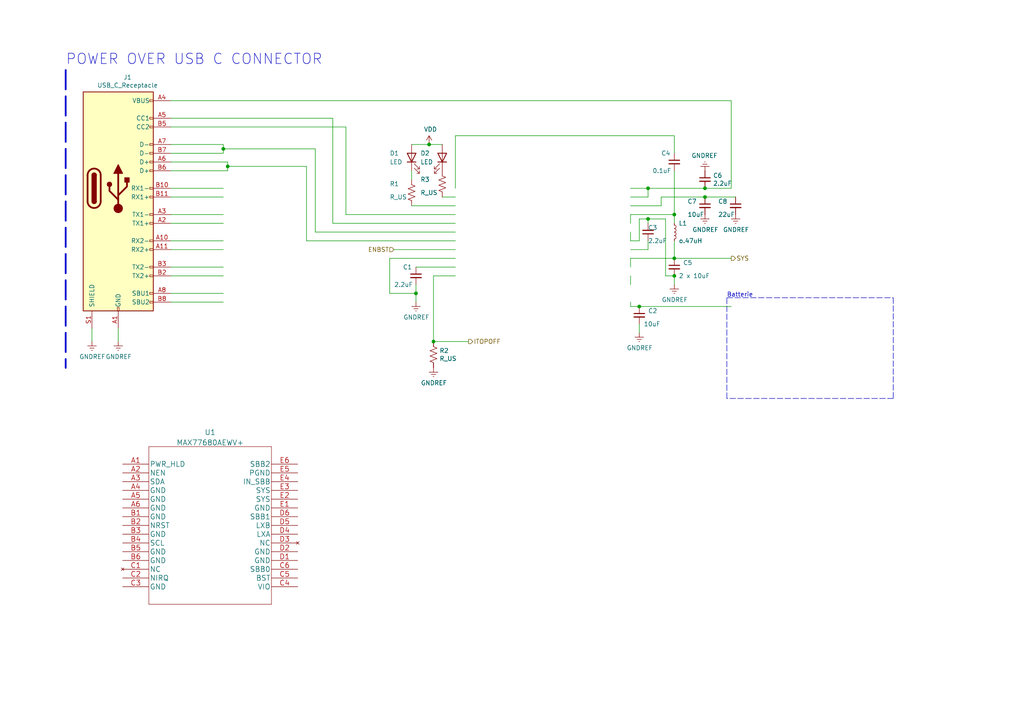
<source format=kicad_sch>
(kicad_sch (version 20211123) (generator eeschema)
  (paper "A4")
  (lib_symbols
    (symbol "Connector:USB_C_Receptacle" (pin_names (offset 1.016))
      (property "Reference" "J" (at -10.16 29.21 0))
      (property "Value" "USB_C_Receptacle" (at 10.16 29.21 0))
      (symbol "USB_C_Receptacle_0_0"
        (rectangle (start -0.254 -35.56) (end 0.254 -34.544))
        (rectangle (start 10.16 -32.766) (end 9.144 -33.274))
        (rectangle (start 10.16 -30.226) (end 9.144 -30.734))
        (rectangle (start 10.16 -25.146) (end 9.144 -25.654))
        (rectangle (start 10.16 -22.606) (end 9.144 -23.114))
        (rectangle (start 10.16 -17.526) (end 9.144 -18.034))
        (rectangle (start 10.16 -14.986) (end 9.144 -15.494))
        (rectangle (start 10.16 -9.906) (end 9.144 -10.414))
        (rectangle (start 10.16 -7.366) (end 9.144 -7.874))
        (rectangle (start 10.16 -2.286) (end 9.144 -2.794))
        (rectangle (start 10.16 0.254) (end 9.144 -0.254))
        (rectangle (start 10.16 5.334) (end 9.144 4.826))
        (rectangle (start 10.16 7.874) (end 9.144 7.366))
        (rectangle (start 10.16 10.414) (end 9.144 9.906))
        (rectangle (start 10.16 12.954) (end 9.144 12.446))
        (rectangle (start 10.16 18.034) (end 9.144 17.526))
        (rectangle (start 10.16 20.574) (end 9.144 20.066))
        (rectangle (start 10.16 25.654) (end 9.144 25.146))
      )
      (symbol "USB_C_Receptacle_0_1"
        (rectangle (start -10.16 27.94) (end 10.16 -35.56) (stroke (width 0.254)) (fill (type background)))
        (arc (start -8.89 -3.81) (mid -6.985 -5.715) (end -5.08 -3.81) (stroke (width 0.508)))
        (arc (start -7.62 -3.81) (mid -6.985 -4.445) (end -6.35 -3.81) (stroke (width 0.254)))
        (arc (start -7.62 -3.81) (mid -6.985 -4.445) (end -6.35 -3.81) (stroke (width 0.254)) (fill (type outline)))
        (rectangle (start -7.62 -3.81) (end -6.35 3.81) (stroke (width 0.254)) (fill (type outline)))
        (arc (start -6.35 3.81) (mid -6.985 4.445) (end -7.62 3.81) (stroke (width 0.254)))
        (arc (start -6.35 3.81) (mid -6.985 4.445) (end -7.62 3.81) (stroke (width 0.254)) (fill (type outline)))
        (arc (start -5.08 3.81) (mid -6.985 5.715) (end -8.89 3.81) (stroke (width 0.508)))
        (polyline (pts (xy -8.89 -3.81) (xy -8.89 3.81)) (stroke (width 0.508)))
        (polyline (pts (xy -5.08 3.81) (xy -5.08 -3.81)) (stroke (width 0.508)))
      )
      (symbol "USB_C_Receptacle_1_1"
        (circle (center -2.54 1.143) (radius 0.635) (stroke (width 0.254)) (fill (type outline)))
        (circle (center 0 -5.842) (radius 1.27) (fill (type outline)))
        (polyline (pts (xy 0 -5.842) (xy 0 4.318)) (stroke (width 0.508)))
        (polyline (pts (xy 0 -3.302) (xy -2.54 -0.762) (xy -2.54 0.508)) (stroke (width 0.508)))
        (polyline (pts (xy 0 -2.032) (xy 2.54 0.508) (xy 2.54 1.778)) (stroke (width 0.508)))
        (polyline (pts (xy -1.27 4.318) (xy 0 6.858) (xy 1.27 4.318) (xy -1.27 4.318)) (stroke (width 0.254)) (fill (type outline)))
        (rectangle (start 1.905 1.778) (end 3.175 3.048) (stroke (width 0.254)) (fill (type outline)))
        (pin passive line (at 0 -40.64 90) (length 5.08) (name "GND") (number "A1"))
        (pin bidirectional line (at 15.24 -15.24 180) (length 5.08) (name "RX2-") (number "A10"))
        (pin bidirectional line (at 15.24 -17.78 180) (length 5.08) (name "RX2+") (number "A11"))
        (pin passive line (at 0 -40.64 90) (length 5.08) hide (name "GND") (number "A12"))
        (pin bidirectional line (at 15.24 -10.16 180) (length 5.08) (name "TX1+") (number "A2"))
        (pin bidirectional line (at 15.24 -7.62 180) (length 5.08) (name "TX1-") (number "A3"))
        (pin passive line (at 15.24 25.4 180) (length 5.08) (name "VBUS") (number "A4"))
        (pin bidirectional line (at 15.24 20.32 180) (length 5.08) (name "CC1") (number "A5"))
        (pin bidirectional line (at 15.24 7.62 180) (length 5.08) (name "D+") (number "A6"))
        (pin bidirectional line (at 15.24 12.7 180) (length 5.08) (name "D-") (number "A7"))
        (pin bidirectional line (at 15.24 -30.48 180) (length 5.08) (name "SBU1") (number "A8"))
        (pin passive line (at 15.24 25.4 180) (length 5.08) hide (name "VBUS") (number "A9"))
        (pin passive line (at 0 -40.64 90) (length 5.08) hide (name "GND") (number "B1"))
        (pin bidirectional line (at 15.24 0 180) (length 5.08) (name "RX1-") (number "B10"))
        (pin bidirectional line (at 15.24 -2.54 180) (length 5.08) (name "RX1+") (number "B11"))
        (pin passive line (at 0 -40.64 90) (length 5.08) hide (name "GND") (number "B12"))
        (pin bidirectional line (at 15.24 -25.4 180) (length 5.08) (name "TX2+") (number "B2"))
        (pin bidirectional line (at 15.24 -22.86 180) (length 5.08) (name "TX2-") (number "B3"))
        (pin passive line (at 15.24 25.4 180) (length 5.08) hide (name "VBUS") (number "B4"))
        (pin bidirectional line (at 15.24 17.78 180) (length 5.08) (name "CC2") (number "B5"))
        (pin bidirectional line (at 15.24 5.08 180) (length 5.08) (name "D+") (number "B6"))
        (pin bidirectional line (at 15.24 10.16 180) (length 5.08) (name "D-") (number "B7"))
        (pin bidirectional line (at 15.24 -33.02 180) (length 5.08) (name "SBU2") (number "B8"))
        (pin passive line (at 15.24 25.4 180) (length 5.08) hide (name "VBUS") (number "B9"))
        (pin passive line (at -7.62 -40.64 90) (length 5.08) (name "SHIELD") (number "S1"))
      )
    )
    (symbol "Device:C_Small" (pin_numbers hide) (pin_names (offset 0.254) hide)
      (property "Reference" "C" (at 0.254 1.778 0))
      (property "Value" "C_Small" (at 0.254 -2.032 0))
      (symbol "C_Small_0_1"
        (polyline (pts (xy -1.524 -0.508) (xy 1.524 -0.508)) (stroke (width 0.3302)))
        (polyline (pts (xy -1.524 0.508) (xy 1.524 0.508)) (stroke (width 0.3048)))
      )
      (symbol "C_Small_1_1"
        (pin passive line (at 0 2.54 270) (length 2.032) (name "~") (number "1"))
        (pin passive line (at 0 -2.54 90) (length 2.032) (name "~") (number "2"))
      )
    )
    (symbol "Device:LED" (pin_numbers hide) (pin_names (offset 1.016) hide)
      (property "Reference" "D" (at 0 2.54 0))
      (property "Value" "LED" (at 0 -2.54 0))
      (symbol "LED_0_1"
        (polyline (pts (xy -1.27 -1.27) (xy -1.27 1.27)) (stroke (width 0.254)))
        (polyline (pts (xy -1.27 0) (xy 1.27 0)))
        (polyline (pts (xy 1.27 -1.27) (xy 1.27 1.27) (xy -1.27 0) (xy 1.27 -1.27)) (stroke (width 0.254)))
        (polyline (pts (xy -3.048 -0.762) (xy -4.572 -2.286) (xy -3.81 -2.286) (xy -4.572 -2.286) (xy -4.572 -1.524)))
        (polyline (pts (xy -1.778 -0.762) (xy -3.302 -2.286) (xy -2.54 -2.286) (xy -3.302 -2.286) (xy -3.302 -1.524)))
      )
      (symbol "LED_1_1"
        (pin passive line (at -3.81 0 0) (length 2.54) (name "K") (number "1"))
        (pin passive line (at 3.81 0 180) (length 2.54) (name "A") (number "2"))
      )
    )
    (symbol "Device:L_Small" (pin_numbers hide) (pin_names (offset 0.254) hide)
      (property "Reference" "L" (at 0.762 1.016 0))
      (property "Value" "L_Small" (at 0.762 -1.016 0))
      (symbol "L_Small_0_1"
        (arc (start 0 -2.032) (mid 0.508 -1.524) (end 0 -1.016))
        (arc (start 0 -1.016) (mid 0.508 -0.508) (end 0 0))
        (arc (start 0 0) (mid 0.508 0.508) (end 0 1.016))
        (arc (start 0 1.016) (mid 0.508 1.524) (end 0 2.032))
      )
      (symbol "L_Small_1_1"
        (pin passive line (at 0 2.54 270) (length 0.508) (name "~") (number "1"))
        (pin passive line (at 0 -2.54 90) (length 0.508) (name "~") (number "2"))
      )
    )
    (symbol "Device:R_US" (pin_numbers hide) (pin_names (offset 0))
      (property "Reference" "R" (at 2.54 0 90))
      (property "Value" "R_US" (at -2.54 0 90))
      (symbol "R_US_0_1"
        (polyline (pts (xy 0 -2.286) (xy 0 -2.54)))
        (polyline (pts (xy 0 2.286) (xy 0 2.54)))
        (polyline (pts (xy 0 -0.762) (xy 1.016 -1.143) (xy 0 -1.524) (xy -1.016 -1.905) (xy 0 -2.286)))
        (polyline (pts (xy 0 0.762) (xy 1.016 0.381) (xy 0 0) (xy -1.016 -0.381) (xy 0 -0.762)))
        (polyline (pts (xy 0 2.286) (xy 1.016 1.905) (xy 0 1.524) (xy -1.016 1.143) (xy 0 0.762)))
      )
      (symbol "R_US_1_1"
        (pin passive line (at 0 3.81 270) (length 1.27) (name "~") (number "1"))
        (pin passive line (at 0 -3.81 90) (length 1.27) (name "~") (number "2"))
      )
    )
    (symbol "MAX77680AEWV+:MAX77680AEWV+" (pin_names (offset 0.254))
      (property "Reference" "U" (at 25.4 10.16 0))
      (property "Value" "MAX77680AEWV+" (at 25.4 7.62 0))
      (symbol "MAX77680AEWV+_1_1"
        (polyline (pts (xy 7.62 -40.64) (xy 43.18 -40.64)) (stroke (width 0.127)))
        (polyline (pts (xy 7.62 5.08) (xy 7.62 -40.64)) (stroke (width 0.127)))
        (polyline (pts (xy 43.18 -40.64) (xy 43.18 5.08)) (stroke (width 0.127)))
        (polyline (pts (xy 43.18 5.08) (xy 7.62 5.08)) (stroke (width 0.127)))
        (pin input line (at 0 0 0) (length 7.62) (name "PWR_HLD") (number "A1"))
        (pin input line (at 0 -2.54 0) (length 7.62) (name "NEN") (number "A2"))
        (pin bidirectional line (at 0 -5.08 0) (length 7.62) (name "SDA") (number "A3"))
        (pin power_in line (at 0 -7.62 0) (length 7.62) (name "GND") (number "A4"))
        (pin power_in line (at 0 -10.16 0) (length 7.62) (name "GND") (number "A5"))
        (pin power_in line (at 0 -12.7 0) (length 7.62) (name "GND") (number "A6"))
        (pin power_in line (at 0 -15.24 0) (length 7.62) (name "GND") (number "B1"))
        (pin output line (at 0 -17.78 0) (length 7.62) (name "NRST") (number "B2"))
        (pin power_in line (at 0 -20.32 0) (length 7.62) (name "GND") (number "B3"))
        (pin input line (at 0 -22.86 0) (length 7.62) (name "SCL") (number "B4"))
        (pin power_in line (at 0 -25.4 0) (length 7.62) (name "GND") (number "B5"))
        (pin power_in line (at 0 -27.94 0) (length 7.62) (name "GND") (number "B6"))
        (pin no_connect line (at 0 -30.48 0) (length 7.62) (name "NC") (number "C1"))
        (pin output line (at 0 -33.02 0) (length 7.62) (name "NIRQ") (number "C2"))
        (pin power_in line (at 0 -35.56 0) (length 7.62) (name "GND") (number "C3"))
        (pin input line (at 50.8 -35.56 180) (length 7.62) (name "VIO") (number "C4"))
        (pin input line (at 50.8 -33.02 180) (length 7.62) (name "BST") (number "C5"))
        (pin output line (at 50.8 -30.48 180) (length 7.62) (name "SBB0") (number "C6"))
        (pin power_in line (at 50.8 -27.94 180) (length 7.62) (name "GND") (number "D1"))
        (pin power_in line (at 50.8 -25.4 180) (length 7.62) (name "GND") (number "D2"))
        (pin no_connect line (at 50.8 -22.86 180) (length 7.62) (name "NC") (number "D3"))
        (pin bidirectional line (at 50.8 -20.32 180) (length 7.62) (name "LXA") (number "D4"))
        (pin bidirectional line (at 50.8 -17.78 180) (length 7.62) (name "LXB") (number "D5"))
        (pin output line (at 50.8 -15.24 180) (length 7.62) (name "SBB1") (number "D6"))
        (pin power_in line (at 50.8 -12.7 180) (length 7.62) (name "GND") (number "E1"))
        (pin output line (at 50.8 -10.16 180) (length 7.62) (name "SYS") (number "E2"))
        (pin output line (at 50.8 -7.62 180) (length 7.62) (name "SYS") (number "E3"))
        (pin input line (at 50.8 -5.08 180) (length 7.62) (name "IN_SBB") (number "E4"))
        (pin power_in line (at 50.8 -2.54 180) (length 7.62) (name "PGND") (number "E5"))
        (pin output line (at 50.8 0 180) (length 7.62) (name "SBB2") (number "E6"))
      )
    )
    (symbol "power:GNDREF" (power) (pin_names (offset 0))
      (property "Value" "GNDREF" (at 0 -3.81 0))
      (symbol "GNDREF_0_1"
        (polyline (pts (xy -0.635 -1.905) (xy 0.635 -1.905)))
        (polyline (pts (xy -0.127 -2.54) (xy 0.127 -2.54)))
        (polyline (pts (xy 0 -1.27) (xy 0 0)))
        (polyline (pts (xy 1.27 -1.27) (xy -1.27 -1.27)))
      )
      (symbol "GNDREF_1_1"
        (pin power_in line (at 0 0 270) (length 0) hide (name "GNDREF") (number "1"))
      )
    )
    (symbol "power:VDD" (power) (pin_names (offset 0))
      (property "Value" "VDD" (at 0 3.81 0))
      (symbol "VDD_0_1"
        (polyline (pts (xy -0.762 1.27) (xy 0 2.54)))
        (polyline (pts (xy 0 0) (xy 0 2.54)))
        (polyline (pts (xy 0 2.54) (xy 0.762 1.27)))
      )
      (symbol "VDD_1_1"
        (pin power_in line (at 0 0 90) (length 0) hide (name "VDD") (number "1"))
      )
    )
  )
  (junction (at 66.04 48.26))
  (junction (at 124.46 41.91))
  (junction (at 64.77 43.18))
  (junction (at 204.47 54.61))
  (junction (at 195.58 80.01))
  (junction (at 195.58 62.23))
  (junction (at 187.96 63.5))
  (junction (at 204.47 57.15))
  (junction (at 195.58 74.93))
  (junction (at 125.73 99.06))
  (junction (at 120.65 85.09))
  (junction (at 187.96 54.61))
  (junction (at 185.42 88.9))
  (wire (pts (xy 132.08 74.93) (xy 113.03 74.93)))
  (wire (pts (xy 49.53 46.99) (xy 66.04 46.99)))
  (wire (pts (xy 49.53 41.91) (xy 64.77 41.91)))
  (wire (pts (xy 182.88 72.39) (xy 187.96 72.39)))
  (wire (pts (xy 88.9 69.85) (xy 132.08 69.85)))
  (wire (pts (xy 132.08 64.77) (xy 96.52 64.77)))
  (wire (pts (xy 182.88 67.31) (xy 182.88 69.85)))
  (wire (pts (xy 119.38 59.69) (xy 132.08 59.69)))
  (wire (pts (xy 125.73 80.01) (xy 125.73 99.06)))
  (wire (pts (xy 185.42 88.9) (xy 212.09 88.9)))
  (wire (pts (xy 195.58 74.93) (xy 195.58 69.85)))
  (wire (pts (xy 96.52 64.77) (xy 96.52 34.29)))
  (wire (pts (xy 128.27 57.15) (xy 132.08 57.15)))
  (wire (pts (xy 212.09 54.61) (xy 204.47 54.61)))
  (wire (pts (xy 212.09 29.21) (xy 212.09 54.61)))
  (wire (pts (xy 195.58 39.37) (xy 195.58 44.45)))
  (wire (pts (xy 49.53 54.61) (xy 64.77 54.61)))
  (wire (pts (xy 132.08 72.39) (xy 114.3 72.39)))
  (wire (pts (xy 182.88 87.63) (xy 182.88 88.9)))
  (wire (pts (xy 182.88 57.15) (xy 187.96 57.15)))
  (wire (pts (xy 191.77 59.69) (xy 191.77 57.15)))
  (wire (pts (xy 195.58 74.93) (xy 212.09 74.93)))
  (wire (pts (xy 187.96 63.5) (xy 187.96 64.77)))
  (wire (pts (xy 100.33 36.83) (xy 100.33 62.23)))
  (wire (pts (xy 64.77 41.91) (xy 64.77 43.18)))
  (polyline (pts (xy 210.82 115.57) (xy 210.82 86.36)))
  (wire (pts (xy 182.88 80.01) (xy 182.88 82.55)))
  (wire (pts (xy 49.53 64.77) (xy 64.77 64.77)))
  (wire (pts (xy 113.03 85.09) (xy 120.65 85.09)))
  (wire (pts (xy 66.04 46.99) (xy 66.04 48.26)))
  (wire (pts (xy 91.44 43.18) (xy 91.44 67.31)))
  (wire (pts (xy 113.03 74.93) (xy 113.03 85.09)))
  (wire (pts (xy 187.96 63.5) (xy 193.04 63.5)))
  (wire (pts (xy 88.9 48.26) (xy 88.9 69.85)))
  (wire (pts (xy 182.88 59.69) (xy 191.77 59.69)))
  (wire (pts (xy 185.42 63.5) (xy 187.96 63.5)))
  (wire (pts (xy 187.96 57.15) (xy 187.96 54.61)))
  (wire (pts (xy 204.47 57.15) (xy 213.36 57.15)))
  (wire (pts (xy 119.38 49.53) (xy 119.38 52.07)))
  (wire (pts (xy 49.53 72.39) (xy 64.77 72.39)))
  (wire (pts (xy 120.65 85.09) (xy 120.65 87.63)))
  (wire (pts (xy 49.53 34.29) (xy 96.52 34.29)))
  (wire (pts (xy 34.29 95.25) (xy 34.29 99.06)))
  (wire (pts (xy 182.88 74.93) (xy 195.58 74.93)))
  (wire (pts (xy 193.04 63.5) (xy 193.04 80.01)))
  (wire (pts (xy 195.58 49.53) (xy 195.58 62.23)))
  (wire (pts (xy 132.08 39.37) (xy 195.58 39.37)))
  (wire (pts (xy 49.53 62.23) (xy 64.77 62.23)))
  (wire (pts (xy 132.08 80.01) (xy 125.73 80.01)))
  (wire (pts (xy 182.88 62.23) (xy 182.88 64.77)))
  (wire (pts (xy 204.47 54.61) (xy 187.96 54.61)))
  (wire (pts (xy 128.27 41.91) (xy 124.46 41.91)))
  (polyline (pts (xy 19.05 20.32) (xy 19.05 106.68)) (stroke (width 0.508)))
  (polyline (pts (xy 210.82 86.36) (xy 259.08 86.36)))
  (wire (pts (xy 182.88 69.85) (xy 185.42 69.85)))
  (wire (pts (xy 182.88 74.93) (xy 182.88 77.47)))
  (wire (pts (xy 64.77 43.18) (xy 64.77 44.45)))
  (wire (pts (xy 91.44 67.31) (xy 132.08 67.31)))
  (wire (pts (xy 66.04 48.26) (xy 66.04 49.53)))
  (wire (pts (xy 120.65 82.55) (xy 120.65 85.09)))
  (wire (pts (xy 125.73 99.06) (xy 135.89 99.06)))
  (wire (pts (xy 187.96 54.61) (xy 182.88 54.61)))
  (wire (pts (xy 49.53 29.21) (xy 212.09 29.21)))
  (wire (pts (xy 49.53 36.83) (xy 100.33 36.83)))
  (wire (pts (xy 49.53 69.85) (xy 64.77 69.85)))
  (wire (pts (xy 49.53 57.15) (xy 64.77 57.15)))
  (wire (pts (xy 119.38 41.91) (xy 124.46 41.91)))
  (polyline (pts (xy 259.08 86.36) (xy 259.08 115.57)))
  (wire (pts (xy 191.77 57.15) (xy 204.47 57.15)))
  (wire (pts (xy 193.04 80.01) (xy 195.58 80.01)))
  (wire (pts (xy 132.08 77.47) (xy 120.65 77.47)))
  (wire (pts (xy 64.77 43.18) (xy 91.44 43.18)))
  (wire (pts (xy 49.53 85.09) (xy 64.77 85.09)))
  (wire (pts (xy 26.67 95.25) (xy 26.67 99.06)))
  (wire (pts (xy 49.53 49.53) (xy 66.04 49.53)))
  (wire (pts (xy 66.04 48.26) (xy 88.9 48.26)))
  (wire (pts (xy 185.42 93.98) (xy 185.42 96.52)))
  (wire (pts (xy 185.42 69.85) (xy 185.42 63.5)))
  (wire (pts (xy 195.58 62.23) (xy 195.58 64.77)))
  (wire (pts (xy 49.53 44.45) (xy 64.77 44.45)))
  (wire (pts (xy 195.58 80.01) (xy 195.58 82.55)))
  (wire (pts (xy 182.88 88.9) (xy 185.42 88.9)))
  (polyline (pts (xy 259.08 115.57) (xy 210.82 115.57)))
  (wire (pts (xy 49.53 80.01) (xy 64.77 80.01)))
  (wire (pts (xy 182.88 62.23) (xy 195.58 62.23)))
  (wire (pts (xy 49.53 77.47) (xy 64.77 77.47)))
  (wire (pts (xy 132.08 54.61) (xy 132.08 39.37)))
  (wire (pts (xy 187.96 69.85) (xy 187.96 72.39)))
  (wire (pts (xy 100.33 62.23) (xy 132.08 62.23)))
  (wire (pts (xy 49.53 87.63) (xy 64.77 87.63)))
  (text "POWER OVER USB C CONNECTOR\n" (at 19.05 19.05 0) (effects (font (size 2.9972 2.9972)) (justify left bottom)))
  (text "Batterie\n" (at 218.44 86.36 180) (effects (font (size 1.27 1.27)) (justify right bottom)))
  (hierarchical_label "ITOPOFF" (shape output) (at 135.89 99.06 0))
  (hierarchical_label "SYS" (shape output) (at 212.09 74.93 0))
  (hierarchical_label "ENBST" (shape input) (at 114.3 72.39 180))
  (symbol (lib_id "Connector:USB_C_Receptacle") (at 34.29 54.61 0) (unit 1)
    (property "Reference" "J1" (at 37.0078 22.4282 0))
    (property "Value" "USB_C_Receptacle" (at 37.0078 24.7396 0))
    (property "Datasheet" "https://www.usb.org/sites/default/files/documents/usb_type-c.zip" (effects hide))
  )
  (symbol (lib_id "power:GNDREF") (at 26.67 99.06 0) (unit 1)
    (property "Reference" "#PWR01" (effects hide))
    (property "Value" "GNDREF" (at 26.797 103.4542 0))
  )
  (symbol (lib_id "power:GNDREF") (at 34.29 99.06 0) (unit 1)
    (property "Reference" "#PWR02" (effects hide))
    (property "Value" "GNDREF" (at 34.417 103.4542 0))
  )
  (symbol (lib_id "Device:C_Small") (at 204.47 52.07 0) (unit 1)
    (property "Reference" "C6" (at 206.8068 50.9016 0) (effects (justify left)))
    (property "Value" "2.2uF" (at 206.8068 53.213 0) (effects (justify left)))
  )
  (symbol (lib_id "power:GNDREF") (at 204.47 49.53 180) (unit 1)
    (property "Reference" "#PWR08" (effects hide))
    (property "Value" "GNDREF" (at 204.343 45.1358 0))
  )
  (symbol (lib_id "Device:C_Small") (at 204.47 59.69 0) (unit 1)
    (property "Reference" "C7" (at 199.39 58.42 0) (effects (justify left)))
    (property "Value" "10uF" (at 199.39 62.23 0) (effects (justify left)))
  )
  (symbol (lib_id "Device:C_Small") (at 213.36 59.69 0) (unit 1)
    (property "Reference" "C8" (at 208.28 58.42 0) (effects (justify left)))
    (property "Value" "22uF" (at 208.28 62.23 0) (effects (justify left)))
  )
  (symbol (lib_id "power:GNDREF") (at 204.47 62.23 0) (unit 1)
    (property "Reference" "#PWR09" (effects hide))
    (property "Value" "GNDREF" (at 204.597 66.6242 0))
  )
  (symbol (lib_id "power:GNDREF") (at 213.36 62.23 0) (unit 1)
    (property "Reference" "#PWR010" (effects hide))
    (property "Value" "GNDREF" (at 213.487 66.6242 0))
  )
  (symbol (lib_id "Device:C_Small") (at 120.65 80.01 0) (unit 1)
    (property "Reference" "C1" (at 116.84 77.47 0) (effects (justify left)))
    (property "Value" "2.2uF" (at 114.3 82.55 0) (effects (justify left)))
  )
  (symbol (lib_id "power:GNDREF") (at 120.65 87.63 0) (unit 1)
    (property "Reference" "#PWR03" (effects hide))
    (property "Value" "GNDREF" (at 120.777 92.0242 0))
  )
  (symbol (lib_id "Device:C_Small") (at 195.58 46.99 0) (unit 1)
    (property "Reference" "C4" (at 191.77 44.45 0) (effects (justify left)))
    (property "Value" "0.1uF" (at 189.23 49.53 0) (effects (justify left)))
  )
  (symbol (lib_id "Device:L_Small") (at 195.58 67.31 0) (unit 1)
    (property "Reference" "L1" (at 196.85 64.77 0) (effects (justify left)))
    (property "Value" "o.47uH" (at 196.85 69.85 0) (effects (justify left)))
  )
  (symbol (lib_id "Device:C_Small") (at 187.96 67.31 180) (unit 1)
    (property "Reference" "C3" (at 187.96 66.04 0) (effects (justify right)))
    (property "Value" "2.2uF" (at 187.96 69.85 0) (effects (justify right)))
  )
  (symbol (lib_id "Device:C_Small") (at 195.58 77.47 0) (unit 1)
    (property "Reference" "C5" (at 198.12 76.2 0) (effects (justify left)))
    (property "Value" "2 x 10uF" (at 196.85 80.01 0) (effects (justify left)))
  )
  (symbol (lib_id "power:GNDREF") (at 195.58 82.55 0) (unit 1)
    (property "Reference" "#PWR07" (effects hide))
    (property "Value" "GNDREF" (at 195.707 86.9442 0))
  )
  (symbol (lib_id "Device:C_Small") (at 185.42 91.44 0) (unit 1)
    (property "Reference" "C2" (at 187.96 90.17 0) (effects (justify left)))
    (property "Value" "10uF" (at 186.69 93.98 0) (effects (justify left)))
  )
  (symbol (lib_id "power:GNDREF") (at 185.42 96.52 0) (unit 1)
    (property "Reference" "#PWR06" (effects hide))
    (property "Value" "GNDREF" (at 185.547 100.9142 0))
  )
  (symbol (lib_id "power:VDD") (at 124.46 41.91 0) (unit 1)
    (property "Reference" "#PWR04" (effects hide))
    (property "Value" "VDD" (at 124.841 37.5158 0))
  )
  (symbol (lib_id "Device:LED") (at 128.27 45.72 270) (mirror x) (unit 1)
    (property "Reference" "D2" (at 121.92 44.45 90) (effects (justify left)))
    (property "Value" "LED" (at 121.92 46.99 90) (effects (justify left)))
  )
  (symbol (lib_id "Device:LED") (at 119.38 45.72 90) (unit 1)
    (property "Reference" "D1" (at 113.03 44.45 90) (effects (justify right)))
    (property "Value" "LED" (at 113.03 46.99 90) (effects (justify right)))
  )
  (symbol (lib_id "Device:R_US") (at 119.38 55.88 0) (unit 1)
    (property "Reference" "R1" (at 113.03 53.34 0) (effects (justify left)))
    (property "Value" "R_US" (at 113.03 57.15 0) (effects (justify left)))
  )
  (symbol (lib_id "Device:R_US") (at 128.27 53.34 0) (unit 1)
    (property "Reference" "R3" (at 121.92 52.07 0) (effects (justify left)))
    (property "Value" "R_US" (at 121.92 55.88 0) (effects (justify left)))
  )
  (symbol (lib_id "Device:R_US") (at 125.73 102.87 0) (unit 1)
    (property "Reference" "R2" (at 127.4572 101.7016 0) (effects (justify left)))
    (property "Value" "R_US" (at 127.4572 104.013 0) (effects (justify left)))
  )
  (symbol (lib_id "power:GNDREF") (at 125.73 106.68 0) (unit 1)
    (property "Reference" "#PWR05" (effects hide))
    (property "Value" "GNDREF" (at 125.857 111.0742 0))
  )
  (symbol (lib_id "MAX77680AEWV+:MAX77680AEWV+") (at 35.56 134.62 0) (unit 1)
    (property "Reference" "U1" (at 60.96 125.3924 0) (effects (font (size 1.524 1.524))))
    (property "Value" "MAX77680AEWV+" (at 60.96 128.3858 0) (effects (font (size 1.524 1.524))))
    (property "Footprint" "21-100047A_W302H2+1_MXM" (effects hide))
  )
)
</source>
